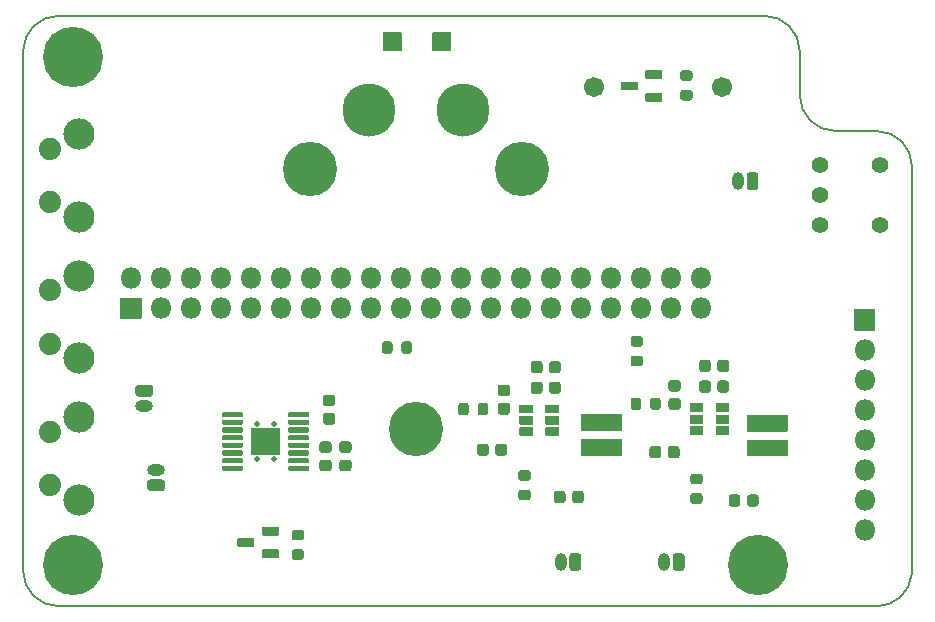
<source format=gbr>
G04 #@! TF.GenerationSoftware,KiCad,Pcbnew,(5.1.9-0-10_14)*
G04 #@! TF.CreationDate,2021-05-06T16:16:17-07:00*
G04 #@! TF.ProjectId,Luminometer_RPi,4c756d69-6e6f-46d6-9574-65725f525069,rev?*
G04 #@! TF.SameCoordinates,Original*
G04 #@! TF.FileFunction,Soldermask,Top*
G04 #@! TF.FilePolarity,Negative*
%FSLAX46Y46*%
G04 Gerber Fmt 4.6, Leading zero omitted, Abs format (unit mm)*
G04 Created by KiCad (PCBNEW (5.1.9-0-10_14)) date 2021-05-06 16:16:17*
%MOMM*%
%LPD*%
G01*
G04 APERTURE LIST*
G04 #@! TA.AperFunction,Profile*
%ADD10C,0.150000*%
G04 #@! TD*
%ADD11C,5.101600*%
%ADD12C,4.601600*%
%ADD13C,3.201600*%
%ADD14C,1.701600*%
%ADD15C,0.481600*%
%ADD16C,1.879600*%
%ADD17C,2.641600*%
%ADD18O,1.501600X1.001600*%
%ADD19C,4.501600*%
%ADD20C,2.701600*%
%ADD21O,1.001600X1.501600*%
%ADD22O,1.801600X1.801600*%
%ADD23C,1.422400*%
G04 APERTURE END LIST*
D10*
X178000000Y-71250000D02*
G75*
G02*
X181000000Y-74250000I0J-3000000D01*
G01*
X181000000Y-74250000D02*
X180989637Y-108750000D01*
X174500000Y-71250000D02*
X178000000Y-71250000D01*
X174500000Y-71250000D02*
G75*
G02*
X171500000Y-68250000I0J3000000D01*
G01*
X171500000Y-64500000D02*
X171500000Y-68250000D01*
X168500000Y-61500000D02*
G75*
G02*
X171500000Y-64500000I0J-3000000D01*
G01*
X108750000Y-111500000D02*
G75*
G02*
X105750000Y-108500000I0J3000000D01*
G01*
X180989637Y-108749136D02*
G75*
G02*
X178000000Y-111500000I-2989637J249136D01*
G01*
X105750000Y-64500000D02*
G75*
G02*
X108750000Y-61500000I3000000J0D01*
G01*
X105750000Y-108500000D02*
X105750000Y-64500000D01*
X178000000Y-111500000D02*
X108750000Y-111500000D01*
X108750000Y-61500000D02*
X168500000Y-61500000D01*
D11*
X168000000Y-108000000D03*
X110000000Y-108000000D03*
X110000000Y-65000000D03*
D12*
X139000000Y-96500000D03*
D13*
X139000000Y-96500000D03*
D14*
X164885000Y-67500000D03*
X154115000Y-67500000D03*
G36*
G01*
X131374600Y-95124200D02*
X131925400Y-95124200D01*
G75*
G02*
X132175800Y-95374600I0J-250400D01*
G01*
X132175800Y-95875400D01*
G75*
G02*
X131925400Y-96125800I-250400J0D01*
G01*
X131374600Y-96125800D01*
G75*
G02*
X131124200Y-95875400I0J250400D01*
G01*
X131124200Y-95374600D01*
G75*
G02*
X131374600Y-95124200I250400J0D01*
G01*
G37*
G36*
G01*
X131374600Y-93574200D02*
X131925400Y-93574200D01*
G75*
G02*
X132175800Y-93824600I0J-250400D01*
G01*
X132175800Y-94325400D01*
G75*
G02*
X131925400Y-94575800I-250400J0D01*
G01*
X131374600Y-94575800D01*
G75*
G02*
X131124200Y-94325400I0J250400D01*
G01*
X131124200Y-93824600D01*
G75*
G02*
X131374600Y-93574200I250400J0D01*
G01*
G37*
G36*
G01*
X133300400Y-98525800D02*
X132749600Y-98525800D01*
G75*
G02*
X132499200Y-98275400I0J250400D01*
G01*
X132499200Y-97774600D01*
G75*
G02*
X132749600Y-97524200I250400J0D01*
G01*
X133300400Y-97524200D01*
G75*
G02*
X133550800Y-97774600I0J-250400D01*
G01*
X133550800Y-98275400D01*
G75*
G02*
X133300400Y-98525800I-250400J0D01*
G01*
G37*
G36*
G01*
X133300400Y-100075800D02*
X132749600Y-100075800D01*
G75*
G02*
X132499200Y-99825400I0J250400D01*
G01*
X132499200Y-99324600D01*
G75*
G02*
X132749600Y-99074200I250400J0D01*
G01*
X133300400Y-99074200D01*
G75*
G02*
X133550800Y-99324600I0J-250400D01*
G01*
X133550800Y-99825400D01*
G75*
G02*
X133300400Y-100075800I-250400J0D01*
G01*
G37*
D15*
X125525000Y-99050000D03*
X125525000Y-97550000D03*
X125525000Y-96050000D03*
X127025000Y-99050000D03*
X127025000Y-97550000D03*
X127025000Y-96050000D03*
G36*
G01*
X128275000Y-95705000D02*
X129875000Y-95705000D01*
G75*
G02*
X129945000Y-95775000I0J-70000D01*
G01*
X129945000Y-96075000D01*
G75*
G02*
X129875000Y-96145000I-70000J0D01*
G01*
X128275000Y-96145000D01*
G75*
G02*
X128205000Y-96075000I0J70000D01*
G01*
X128205000Y-95775000D01*
G75*
G02*
X128275000Y-95705000I70000J0D01*
G01*
G37*
G36*
G01*
X128275000Y-96355000D02*
X129875000Y-96355000D01*
G75*
G02*
X129945000Y-96425000I0J-70000D01*
G01*
X129945000Y-96725000D01*
G75*
G02*
X129875000Y-96795000I-70000J0D01*
G01*
X128275000Y-96795000D01*
G75*
G02*
X128205000Y-96725000I0J70000D01*
G01*
X128205000Y-96425000D01*
G75*
G02*
X128275000Y-96355000I70000J0D01*
G01*
G37*
G36*
G01*
X128275000Y-97005000D02*
X129875000Y-97005000D01*
G75*
G02*
X129945000Y-97075000I0J-70000D01*
G01*
X129945000Y-97375000D01*
G75*
G02*
X129875000Y-97445000I-70000J0D01*
G01*
X128275000Y-97445000D01*
G75*
G02*
X128205000Y-97375000I0J70000D01*
G01*
X128205000Y-97075000D01*
G75*
G02*
X128275000Y-97005000I70000J0D01*
G01*
G37*
G36*
G01*
X128275000Y-97655000D02*
X129875000Y-97655000D01*
G75*
G02*
X129945000Y-97725000I0J-70000D01*
G01*
X129945000Y-98025000D01*
G75*
G02*
X129875000Y-98095000I-70000J0D01*
G01*
X128275000Y-98095000D01*
G75*
G02*
X128205000Y-98025000I0J70000D01*
G01*
X128205000Y-97725000D01*
G75*
G02*
X128275000Y-97655000I70000J0D01*
G01*
G37*
G36*
G01*
X128275000Y-98305000D02*
X129875000Y-98305000D01*
G75*
G02*
X129945000Y-98375000I0J-70000D01*
G01*
X129945000Y-98675000D01*
G75*
G02*
X129875000Y-98745000I-70000J0D01*
G01*
X128275000Y-98745000D01*
G75*
G02*
X128205000Y-98675000I0J70000D01*
G01*
X128205000Y-98375000D01*
G75*
G02*
X128275000Y-98305000I70000J0D01*
G01*
G37*
G36*
G01*
X128275000Y-98955000D02*
X129875000Y-98955000D01*
G75*
G02*
X129945000Y-99025000I0J-70000D01*
G01*
X129945000Y-99325000D01*
G75*
G02*
X129875000Y-99395000I-70000J0D01*
G01*
X128275000Y-99395000D01*
G75*
G02*
X128205000Y-99325000I0J70000D01*
G01*
X128205000Y-99025000D01*
G75*
G02*
X128275000Y-98955000I70000J0D01*
G01*
G37*
G36*
G01*
X128275000Y-99605000D02*
X129875000Y-99605000D01*
G75*
G02*
X129945000Y-99675000I0J-70000D01*
G01*
X129945000Y-99975000D01*
G75*
G02*
X129875000Y-100045000I-70000J0D01*
G01*
X128275000Y-100045000D01*
G75*
G02*
X128205000Y-99975000I0J70000D01*
G01*
X128205000Y-99675000D01*
G75*
G02*
X128275000Y-99605000I70000J0D01*
G01*
G37*
G36*
G01*
X122675000Y-99605000D02*
X124275000Y-99605000D01*
G75*
G02*
X124345000Y-99675000I0J-70000D01*
G01*
X124345000Y-99975000D01*
G75*
G02*
X124275000Y-100045000I-70000J0D01*
G01*
X122675000Y-100045000D01*
G75*
G02*
X122605000Y-99975000I0J70000D01*
G01*
X122605000Y-99675000D01*
G75*
G02*
X122675000Y-99605000I70000J0D01*
G01*
G37*
G36*
G01*
X122675000Y-98955000D02*
X124275000Y-98955000D01*
G75*
G02*
X124345000Y-99025000I0J-70000D01*
G01*
X124345000Y-99325000D01*
G75*
G02*
X124275000Y-99395000I-70000J0D01*
G01*
X122675000Y-99395000D01*
G75*
G02*
X122605000Y-99325000I0J70000D01*
G01*
X122605000Y-99025000D01*
G75*
G02*
X122675000Y-98955000I70000J0D01*
G01*
G37*
G36*
G01*
X122675000Y-98305000D02*
X124275000Y-98305000D01*
G75*
G02*
X124345000Y-98375000I0J-70000D01*
G01*
X124345000Y-98675000D01*
G75*
G02*
X124275000Y-98745000I-70000J0D01*
G01*
X122675000Y-98745000D01*
G75*
G02*
X122605000Y-98675000I0J70000D01*
G01*
X122605000Y-98375000D01*
G75*
G02*
X122675000Y-98305000I70000J0D01*
G01*
G37*
G36*
G01*
X122675000Y-97655000D02*
X124275000Y-97655000D01*
G75*
G02*
X124345000Y-97725000I0J-70000D01*
G01*
X124345000Y-98025000D01*
G75*
G02*
X124275000Y-98095000I-70000J0D01*
G01*
X122675000Y-98095000D01*
G75*
G02*
X122605000Y-98025000I0J70000D01*
G01*
X122605000Y-97725000D01*
G75*
G02*
X122675000Y-97655000I70000J0D01*
G01*
G37*
G36*
G01*
X122675000Y-97005000D02*
X124275000Y-97005000D01*
G75*
G02*
X124345000Y-97075000I0J-70000D01*
G01*
X124345000Y-97375000D01*
G75*
G02*
X124275000Y-97445000I-70000J0D01*
G01*
X122675000Y-97445000D01*
G75*
G02*
X122605000Y-97375000I0J70000D01*
G01*
X122605000Y-97075000D01*
G75*
G02*
X122675000Y-97005000I70000J0D01*
G01*
G37*
G36*
G01*
X122675000Y-96355000D02*
X124275000Y-96355000D01*
G75*
G02*
X124345000Y-96425000I0J-70000D01*
G01*
X124345000Y-96725000D01*
G75*
G02*
X124275000Y-96795000I-70000J0D01*
G01*
X122675000Y-96795000D01*
G75*
G02*
X122605000Y-96725000I0J70000D01*
G01*
X122605000Y-96425000D01*
G75*
G02*
X122675000Y-96355000I70000J0D01*
G01*
G37*
G36*
G01*
X122675000Y-95705000D02*
X124275000Y-95705000D01*
G75*
G02*
X124345000Y-95775000I0J-70000D01*
G01*
X124345000Y-96075000D01*
G75*
G02*
X124275000Y-96145000I-70000J0D01*
G01*
X122675000Y-96145000D01*
G75*
G02*
X122605000Y-96075000I0J70000D01*
G01*
X122605000Y-95775000D01*
G75*
G02*
X122675000Y-95705000I70000J0D01*
G01*
G37*
G36*
G01*
X128275000Y-95055000D02*
X129875000Y-95055000D01*
G75*
G02*
X129945000Y-95125000I0J-70000D01*
G01*
X129945000Y-95425000D01*
G75*
G02*
X129875000Y-95495000I-70000J0D01*
G01*
X128275000Y-95495000D01*
G75*
G02*
X128205000Y-95425000I0J70000D01*
G01*
X128205000Y-95125000D01*
G75*
G02*
X128275000Y-95055000I70000J0D01*
G01*
G37*
G36*
G01*
X125045000Y-96394900D02*
X127505000Y-96394900D01*
G75*
G02*
X127505100Y-96395000I0J-100D01*
G01*
X127505100Y-98705000D01*
G75*
G02*
X127505000Y-98705100I-100J0D01*
G01*
X125045000Y-98705100D01*
G75*
G02*
X125044900Y-98705000I0J100D01*
G01*
X125044900Y-96395000D01*
G75*
G02*
X125045000Y-96394900I100J0D01*
G01*
G37*
G36*
G01*
X122675000Y-95055000D02*
X124275000Y-95055000D01*
G75*
G02*
X124345000Y-95125000I0J-70000D01*
G01*
X124345000Y-95425000D01*
G75*
G02*
X124275000Y-95495000I-70000J0D01*
G01*
X122675000Y-95495000D01*
G75*
G02*
X122605000Y-95425000I0J70000D01*
G01*
X122605000Y-95125000D01*
G75*
G02*
X122675000Y-95055000I70000J0D01*
G01*
G37*
D16*
X108000000Y-77250000D03*
X108000000Y-72750000D03*
D17*
X110500000Y-78500000D03*
X110500000Y-71500000D03*
D16*
X108000000Y-89250000D03*
X108000000Y-84750000D03*
D17*
X110500000Y-90500000D03*
X110500000Y-83500000D03*
D16*
X108000000Y-101250000D03*
X108000000Y-96750000D03*
D17*
X110500000Y-102500000D03*
X110500000Y-95500000D03*
D18*
X116000000Y-94500000D03*
G36*
G01*
X115499600Y-92749200D02*
X116500400Y-92749200D01*
G75*
G02*
X116750800Y-92999600I0J-250400D01*
G01*
X116750800Y-93500400D01*
G75*
G02*
X116500400Y-93750800I-250400J0D01*
G01*
X115499600Y-93750800D01*
G75*
G02*
X115249200Y-93500400I0J250400D01*
G01*
X115249200Y-92999600D01*
G75*
G02*
X115499600Y-92749200I250400J0D01*
G01*
G37*
X117000000Y-100000000D03*
G36*
G01*
X117500400Y-101750800D02*
X116499600Y-101750800D01*
G75*
G02*
X116249200Y-101500400I0J250400D01*
G01*
X116249200Y-100999600D01*
G75*
G02*
X116499600Y-100749200I250400J0D01*
G01*
X117500400Y-100749200D01*
G75*
G02*
X117750800Y-100999600I0J-250400D01*
G01*
X117750800Y-101500400D01*
G75*
G02*
X117500400Y-101750800I-250400J0D01*
G01*
G37*
D19*
X135000000Y-69500000D03*
D20*
X135000000Y-69500000D03*
D19*
X143000000Y-69500000D03*
D20*
X143000000Y-69500000D03*
G36*
G01*
X140450000Y-62899200D02*
X141950000Y-62899200D01*
G75*
G02*
X142000800Y-62950000I0J-50800D01*
G01*
X142000800Y-64450000D01*
G75*
G02*
X141950000Y-64500800I-50800J0D01*
G01*
X140450000Y-64500800D01*
G75*
G02*
X140399200Y-64450000I0J50800D01*
G01*
X140399200Y-62950000D01*
G75*
G02*
X140450000Y-62899200I50800J0D01*
G01*
G37*
G36*
G01*
X137750000Y-64500800D02*
X136250000Y-64500800D01*
G75*
G02*
X136199200Y-64450000I0J50800D01*
G01*
X136199200Y-62950000D01*
G75*
G02*
X136250000Y-62899200I50800J0D01*
G01*
X137750000Y-62899200D01*
G75*
G02*
X137800800Y-62950000I0J-50800D01*
G01*
X137800800Y-64450000D01*
G75*
G02*
X137750000Y-64500800I-50800J0D01*
G01*
G37*
G36*
G01*
X145724200Y-98525400D02*
X145724200Y-97974600D01*
G75*
G02*
X145974600Y-97724200I250400J0D01*
G01*
X146475400Y-97724200D01*
G75*
G02*
X146725800Y-97974600I0J-250400D01*
G01*
X146725800Y-98525400D01*
G75*
G02*
X146475400Y-98775800I-250400J0D01*
G01*
X145974600Y-98775800D01*
G75*
G02*
X145724200Y-98525400I0J250400D01*
G01*
G37*
G36*
G01*
X144174200Y-98525400D02*
X144174200Y-97974600D01*
G75*
G02*
X144424600Y-97724200I250400J0D01*
G01*
X144925400Y-97724200D01*
G75*
G02*
X145175800Y-97974600I0J-250400D01*
G01*
X145175800Y-98525400D01*
G75*
G02*
X144925400Y-98775800I-250400J0D01*
G01*
X144424600Y-98775800D01*
G75*
G02*
X144174200Y-98525400I0J250400D01*
G01*
G37*
G36*
G01*
X150274200Y-93275400D02*
X150274200Y-92724600D01*
G75*
G02*
X150524600Y-92474200I250400J0D01*
G01*
X151025400Y-92474200D01*
G75*
G02*
X151275800Y-92724600I0J-250400D01*
G01*
X151275800Y-93275400D01*
G75*
G02*
X151025400Y-93525800I-250400J0D01*
G01*
X150524600Y-93525800D01*
G75*
G02*
X150274200Y-93275400I0J250400D01*
G01*
G37*
G36*
G01*
X148724200Y-93275400D02*
X148724200Y-92724600D01*
G75*
G02*
X148974600Y-92474200I250400J0D01*
G01*
X149475400Y-92474200D01*
G75*
G02*
X149725800Y-92724600I0J-250400D01*
G01*
X149725800Y-93275400D01*
G75*
G02*
X149475400Y-93525800I-250400J0D01*
G01*
X148974600Y-93525800D01*
G75*
G02*
X148724200Y-93275400I0J250400D01*
G01*
G37*
D21*
X151250000Y-107750000D03*
G36*
G01*
X153000800Y-107249600D02*
X153000800Y-108250400D01*
G75*
G02*
X152750400Y-108500800I-250400J0D01*
G01*
X152249600Y-108500800D01*
G75*
G02*
X151999200Y-108250400I0J250400D01*
G01*
X151999200Y-107249600D01*
G75*
G02*
X152249600Y-106999200I250400J0D01*
G01*
X152750400Y-106999200D01*
G75*
G02*
X153000800Y-107249600I0J-250400D01*
G01*
G37*
G36*
G01*
X162200400Y-67025800D02*
X161599600Y-67025800D01*
G75*
G02*
X161374200Y-66800400I0J225400D01*
G01*
X161374200Y-66349600D01*
G75*
G02*
X161599600Y-66124200I225400J0D01*
G01*
X162200400Y-66124200D01*
G75*
G02*
X162425800Y-66349600I0J-225400D01*
G01*
X162425800Y-66800400D01*
G75*
G02*
X162200400Y-67025800I-225400J0D01*
G01*
G37*
G36*
G01*
X162200400Y-68675800D02*
X161599600Y-68675800D01*
G75*
G02*
X161374200Y-68450400I0J225400D01*
G01*
X161374200Y-67999600D01*
G75*
G02*
X161599600Y-67774200I225400J0D01*
G01*
X162200400Y-67774200D01*
G75*
G02*
X162425800Y-67999600I0J-225400D01*
G01*
X162425800Y-68450400D01*
G75*
G02*
X162200400Y-68675800I-225400J0D01*
G01*
G37*
D22*
X177000000Y-105030000D03*
X177000000Y-102490000D03*
X177000000Y-99950000D03*
X177000000Y-97410000D03*
X177000000Y-94870000D03*
X177000000Y-92330000D03*
X177000000Y-89790000D03*
G36*
G01*
X176099200Y-88100000D02*
X176099200Y-86400000D01*
G75*
G02*
X176150000Y-86349200I50800J0D01*
G01*
X177850000Y-86349200D01*
G75*
G02*
X177900800Y-86400000I0J-50800D01*
G01*
X177900800Y-88100000D01*
G75*
G02*
X177850000Y-88150800I-50800J0D01*
G01*
X176150000Y-88150800D01*
G75*
G02*
X176099200Y-88100000I0J50800D01*
G01*
G37*
G36*
G01*
X146725400Y-93725800D02*
X146174600Y-93725800D01*
G75*
G02*
X145924200Y-93475400I0J250400D01*
G01*
X145924200Y-92974600D01*
G75*
G02*
X146174600Y-92724200I250400J0D01*
G01*
X146725400Y-92724200D01*
G75*
G02*
X146975800Y-92974600I0J-250400D01*
G01*
X146975800Y-93475400D01*
G75*
G02*
X146725400Y-93725800I-250400J0D01*
G01*
G37*
G36*
G01*
X146725400Y-95275800D02*
X146174600Y-95275800D01*
G75*
G02*
X145924200Y-95025400I0J250400D01*
G01*
X145924200Y-94524600D01*
G75*
G02*
X146174600Y-94274200I250400J0D01*
G01*
X146725400Y-94274200D01*
G75*
G02*
X146975800Y-94524600I0J-250400D01*
G01*
X146975800Y-95025400D01*
G75*
G02*
X146725400Y-95275800I-250400J0D01*
G01*
G37*
G36*
G01*
X151675800Y-101974600D02*
X151675800Y-102525400D01*
G75*
G02*
X151425400Y-102775800I-250400J0D01*
G01*
X150924600Y-102775800D01*
G75*
G02*
X150674200Y-102525400I0J250400D01*
G01*
X150674200Y-101974600D01*
G75*
G02*
X150924600Y-101724200I250400J0D01*
G01*
X151425400Y-101724200D01*
G75*
G02*
X151675800Y-101974600I0J-250400D01*
G01*
G37*
G36*
G01*
X153225800Y-101974600D02*
X153225800Y-102525400D01*
G75*
G02*
X152975400Y-102775800I-250400J0D01*
G01*
X152474600Y-102775800D01*
G75*
G02*
X152224200Y-102525400I0J250400D01*
G01*
X152224200Y-101974600D01*
G75*
G02*
X152474600Y-101724200I250400J0D01*
G01*
X152975400Y-101724200D01*
G75*
G02*
X153225800Y-101974600I0J-250400D01*
G01*
G37*
G36*
G01*
X144224200Y-95100400D02*
X144224200Y-94499600D01*
G75*
G02*
X144449600Y-94274200I225400J0D01*
G01*
X144900400Y-94274200D01*
G75*
G02*
X145125800Y-94499600I0J-225400D01*
G01*
X145125800Y-95100400D01*
G75*
G02*
X144900400Y-95325800I-225400J0D01*
G01*
X144449600Y-95325800D01*
G75*
G02*
X144224200Y-95100400I0J225400D01*
G01*
G37*
G36*
G01*
X142574200Y-95100400D02*
X142574200Y-94499600D01*
G75*
G02*
X142799600Y-94274200I225400J0D01*
G01*
X143250400Y-94274200D01*
G75*
G02*
X143475800Y-94499600I0J-225400D01*
G01*
X143475800Y-95100400D01*
G75*
G02*
X143250400Y-95325800I-225400J0D01*
G01*
X142799600Y-95325800D01*
G75*
G02*
X142574200Y-95100400I0J225400D01*
G01*
G37*
G36*
G01*
X147899600Y-101624200D02*
X148500400Y-101624200D01*
G75*
G02*
X148725800Y-101849600I0J-225400D01*
G01*
X148725800Y-102300400D01*
G75*
G02*
X148500400Y-102525800I-225400J0D01*
G01*
X147899600Y-102525800D01*
G75*
G02*
X147674200Y-102300400I0J225400D01*
G01*
X147674200Y-101849600D01*
G75*
G02*
X147899600Y-101624200I225400J0D01*
G01*
G37*
G36*
G01*
X147899600Y-99974200D02*
X148500400Y-99974200D01*
G75*
G02*
X148725800Y-100199600I0J-225400D01*
G01*
X148725800Y-100650400D01*
G75*
G02*
X148500400Y-100875800I-225400J0D01*
G01*
X147899600Y-100875800D01*
G75*
G02*
X147674200Y-100650400I0J225400D01*
G01*
X147674200Y-100199600D01*
G75*
G02*
X147899600Y-99974200I225400J0D01*
G01*
G37*
G36*
G01*
X148930800Y-95425000D02*
X148930800Y-96075000D01*
G75*
G02*
X148880000Y-96125800I-50800J0D01*
G01*
X147820000Y-96125800D01*
G75*
G02*
X147769200Y-96075000I0J50800D01*
G01*
X147769200Y-95425000D01*
G75*
G02*
X147820000Y-95374200I50800J0D01*
G01*
X148880000Y-95374200D01*
G75*
G02*
X148930800Y-95425000I0J-50800D01*
G01*
G37*
G36*
G01*
X148930800Y-96375000D02*
X148930800Y-97025000D01*
G75*
G02*
X148880000Y-97075800I-50800J0D01*
G01*
X147820000Y-97075800D01*
G75*
G02*
X147769200Y-97025000I0J50800D01*
G01*
X147769200Y-96375000D01*
G75*
G02*
X147820000Y-96324200I50800J0D01*
G01*
X148880000Y-96324200D01*
G75*
G02*
X148930800Y-96375000I0J-50800D01*
G01*
G37*
G36*
G01*
X148930800Y-94475000D02*
X148930800Y-95125000D01*
G75*
G02*
X148880000Y-95175800I-50800J0D01*
G01*
X147820000Y-95175800D01*
G75*
G02*
X147769200Y-95125000I0J50800D01*
G01*
X147769200Y-94475000D01*
G75*
G02*
X147820000Y-94424200I50800J0D01*
G01*
X148880000Y-94424200D01*
G75*
G02*
X148930800Y-94475000I0J-50800D01*
G01*
G37*
G36*
G01*
X151130800Y-94475000D02*
X151130800Y-95125000D01*
G75*
G02*
X151080000Y-95175800I-50800J0D01*
G01*
X150020000Y-95175800D01*
G75*
G02*
X149969200Y-95125000I0J50800D01*
G01*
X149969200Y-94475000D01*
G75*
G02*
X150020000Y-94424200I50800J0D01*
G01*
X151080000Y-94424200D01*
G75*
G02*
X151130800Y-94475000I0J-50800D01*
G01*
G37*
G36*
G01*
X151130800Y-95425000D02*
X151130800Y-96075000D01*
G75*
G02*
X151080000Y-96125800I-50800J0D01*
G01*
X150020000Y-96125800D01*
G75*
G02*
X149969200Y-96075000I0J50800D01*
G01*
X149969200Y-95425000D01*
G75*
G02*
X150020000Y-95374200I50800J0D01*
G01*
X151080000Y-95374200D01*
G75*
G02*
X151130800Y-95425000I0J-50800D01*
G01*
G37*
G36*
G01*
X151130800Y-96375000D02*
X151130800Y-97025000D01*
G75*
G02*
X151080000Y-97075800I-50800J0D01*
G01*
X150020000Y-97075800D01*
G75*
G02*
X149969200Y-97025000I0J50800D01*
G01*
X149969200Y-96375000D01*
G75*
G02*
X150020000Y-96324200I50800J0D01*
G01*
X151080000Y-96324200D01*
G75*
G02*
X151130800Y-96375000I0J-50800D01*
G01*
G37*
D23*
X178330000Y-74170000D03*
X178330000Y-79250000D03*
X173250000Y-74170000D03*
X173250000Y-76710000D03*
X173250000Y-79250000D03*
G36*
G01*
X131625400Y-98525800D02*
X131074600Y-98525800D01*
G75*
G02*
X130824200Y-98275400I0J250400D01*
G01*
X130824200Y-97774600D01*
G75*
G02*
X131074600Y-97524200I250400J0D01*
G01*
X131625400Y-97524200D01*
G75*
G02*
X131875800Y-97774600I0J-250400D01*
G01*
X131875800Y-98275400D01*
G75*
G02*
X131625400Y-98525800I-250400J0D01*
G01*
G37*
G36*
G01*
X131625400Y-100075800D02*
X131074600Y-100075800D01*
G75*
G02*
X130824200Y-99825400I0J250400D01*
G01*
X130824200Y-99324600D01*
G75*
G02*
X131074600Y-99074200I250400J0D01*
G01*
X131625400Y-99074200D01*
G75*
G02*
X131875800Y-99324600I0J-250400D01*
G01*
X131875800Y-99825400D01*
G75*
G02*
X131625400Y-100075800I-250400J0D01*
G01*
G37*
G36*
G01*
X159870000Y-68100000D02*
X159870000Y-68700000D01*
G75*
G02*
X159800000Y-68770000I-70000J0D01*
G01*
X158500000Y-68770000D01*
G75*
G02*
X158430000Y-68700000I0J70000D01*
G01*
X158430000Y-68100000D01*
G75*
G02*
X158500000Y-68030000I70000J0D01*
G01*
X159800000Y-68030000D01*
G75*
G02*
X159870000Y-68100000I0J-70000D01*
G01*
G37*
G36*
G01*
X159870000Y-66200000D02*
X159870000Y-66800000D01*
G75*
G02*
X159800000Y-66870000I-70000J0D01*
G01*
X158500000Y-66870000D01*
G75*
G02*
X158430000Y-66800000I0J70000D01*
G01*
X158430000Y-66200000D01*
G75*
G02*
X158500000Y-66130000I70000J0D01*
G01*
X159800000Y-66130000D01*
G75*
G02*
X159870000Y-66200000I0J-70000D01*
G01*
G37*
G36*
G01*
X157770000Y-67150000D02*
X157770000Y-67750000D01*
G75*
G02*
X157700000Y-67820000I-70000J0D01*
G01*
X156400000Y-67820000D01*
G75*
G02*
X156330000Y-67750000I0J70000D01*
G01*
X156330000Y-67150000D01*
G75*
G02*
X156400000Y-67080000I70000J0D01*
G01*
X157700000Y-67080000D01*
G75*
G02*
X157770000Y-67150000I0J-70000D01*
G01*
G37*
G36*
G01*
X127420000Y-106750000D02*
X127420000Y-107350000D01*
G75*
G02*
X127350000Y-107420000I-70000J0D01*
G01*
X126050000Y-107420000D01*
G75*
G02*
X125980000Y-107350000I0J70000D01*
G01*
X125980000Y-106750000D01*
G75*
G02*
X126050000Y-106680000I70000J0D01*
G01*
X127350000Y-106680000D01*
G75*
G02*
X127420000Y-106750000I0J-70000D01*
G01*
G37*
G36*
G01*
X127420000Y-104850000D02*
X127420000Y-105450000D01*
G75*
G02*
X127350000Y-105520000I-70000J0D01*
G01*
X126050000Y-105520000D01*
G75*
G02*
X125980000Y-105450000I0J70000D01*
G01*
X125980000Y-104850000D01*
G75*
G02*
X126050000Y-104780000I70000J0D01*
G01*
X127350000Y-104780000D01*
G75*
G02*
X127420000Y-104850000I0J-70000D01*
G01*
G37*
G36*
G01*
X125320000Y-105800000D02*
X125320000Y-106400000D01*
G75*
G02*
X125250000Y-106470000I-70000J0D01*
G01*
X123950000Y-106470000D01*
G75*
G02*
X123880000Y-106400000I0J70000D01*
G01*
X123880000Y-105800000D01*
G75*
G02*
X123950000Y-105730000I70000J0D01*
G01*
X125250000Y-105730000D01*
G75*
G02*
X125320000Y-105800000I0J-70000D01*
G01*
G37*
G36*
G01*
X153000000Y-95249200D02*
X156400000Y-95249200D01*
G75*
G02*
X156450800Y-95300000I0J-50800D01*
G01*
X156450800Y-96600000D01*
G75*
G02*
X156400000Y-96650800I-50800J0D01*
G01*
X153000000Y-96650800D01*
G75*
G02*
X152949200Y-96600000I0J50800D01*
G01*
X152949200Y-95300000D01*
G75*
G02*
X153000000Y-95249200I50800J0D01*
G01*
G37*
G36*
G01*
X153000000Y-97349200D02*
X156400000Y-97349200D01*
G75*
G02*
X156450800Y-97400000I0J-50800D01*
G01*
X156450800Y-98700000D01*
G75*
G02*
X156400000Y-98750800I-50800J0D01*
G01*
X153000000Y-98750800D01*
G75*
G02*
X152949200Y-98700000I0J50800D01*
G01*
X152949200Y-97400000D01*
G75*
G02*
X153000000Y-97349200I50800J0D01*
G01*
G37*
G36*
G01*
X160324200Y-98725400D02*
X160324200Y-98174600D01*
G75*
G02*
X160574600Y-97924200I250400J0D01*
G01*
X161075400Y-97924200D01*
G75*
G02*
X161325800Y-98174600I0J-250400D01*
G01*
X161325800Y-98725400D01*
G75*
G02*
X161075400Y-98975800I-250400J0D01*
G01*
X160574600Y-98975800D01*
G75*
G02*
X160324200Y-98725400I0J250400D01*
G01*
G37*
G36*
G01*
X158774200Y-98725400D02*
X158774200Y-98174600D01*
G75*
G02*
X159024600Y-97924200I250400J0D01*
G01*
X159525400Y-97924200D01*
G75*
G02*
X159775800Y-98174600I0J-250400D01*
G01*
X159775800Y-98725400D01*
G75*
G02*
X159525400Y-98975800I-250400J0D01*
G01*
X159024600Y-98975800D01*
G75*
G02*
X158774200Y-98725400I0J250400D01*
G01*
G37*
G36*
G01*
X161175400Y-93325800D02*
X160624600Y-93325800D01*
G75*
G02*
X160374200Y-93075400I0J250400D01*
G01*
X160374200Y-92574600D01*
G75*
G02*
X160624600Y-92324200I250400J0D01*
G01*
X161175400Y-92324200D01*
G75*
G02*
X161425800Y-92574600I0J-250400D01*
G01*
X161425800Y-93075400D01*
G75*
G02*
X161175400Y-93325800I-250400J0D01*
G01*
G37*
G36*
G01*
X161175400Y-94875800D02*
X160624600Y-94875800D01*
G75*
G02*
X160374200Y-94625400I0J250400D01*
G01*
X160374200Y-94124600D01*
G75*
G02*
X160624600Y-93874200I250400J0D01*
G01*
X161175400Y-93874200D01*
G75*
G02*
X161425800Y-94124600I0J-250400D01*
G01*
X161425800Y-94625400D01*
G75*
G02*
X161175400Y-94875800I-250400J0D01*
G01*
G37*
G36*
G01*
X166475800Y-102274600D02*
X166475800Y-102825400D01*
G75*
G02*
X166225400Y-103075800I-250400J0D01*
G01*
X165724600Y-103075800D01*
G75*
G02*
X165474200Y-102825400I0J250400D01*
G01*
X165474200Y-102274600D01*
G75*
G02*
X165724600Y-102024200I250400J0D01*
G01*
X166225400Y-102024200D01*
G75*
G02*
X166475800Y-102274600I0J-250400D01*
G01*
G37*
G36*
G01*
X168025800Y-102274600D02*
X168025800Y-102825400D01*
G75*
G02*
X167775400Y-103075800I-250400J0D01*
G01*
X167274600Y-103075800D01*
G75*
G02*
X167024200Y-102825400I0J250400D01*
G01*
X167024200Y-102274600D01*
G75*
G02*
X167274600Y-102024200I250400J0D01*
G01*
X167775400Y-102024200D01*
G75*
G02*
X168025800Y-102274600I0J-250400D01*
G01*
G37*
D21*
X160000000Y-107750000D03*
G36*
G01*
X161750800Y-107249600D02*
X161750800Y-108250400D01*
G75*
G02*
X161500400Y-108500800I-250400J0D01*
G01*
X160999600Y-108500800D01*
G75*
G02*
X160749200Y-108250400I0J250400D01*
G01*
X160749200Y-107249600D01*
G75*
G02*
X160999600Y-106999200I250400J0D01*
G01*
X161500400Y-106999200D01*
G75*
G02*
X161750800Y-107249600I0J-250400D01*
G01*
G37*
G36*
G01*
X167050000Y-95299200D02*
X170450000Y-95299200D01*
G75*
G02*
X170500800Y-95350000I0J-50800D01*
G01*
X170500800Y-96650000D01*
G75*
G02*
X170450000Y-96700800I-50800J0D01*
G01*
X167050000Y-96700800D01*
G75*
G02*
X166999200Y-96650000I0J50800D01*
G01*
X166999200Y-95350000D01*
G75*
G02*
X167050000Y-95299200I50800J0D01*
G01*
G37*
G36*
G01*
X167050000Y-97399200D02*
X170450000Y-97399200D01*
G75*
G02*
X170500800Y-97450000I0J-50800D01*
G01*
X170500800Y-98750000D01*
G75*
G02*
X170450000Y-98800800I-50800J0D01*
G01*
X167050000Y-98800800D01*
G75*
G02*
X166999200Y-98750000I0J50800D01*
G01*
X166999200Y-97450000D01*
G75*
G02*
X167050000Y-97399200I50800J0D01*
G01*
G37*
G36*
G01*
X158824200Y-94650400D02*
X158824200Y-94049600D01*
G75*
G02*
X159049600Y-93824200I225400J0D01*
G01*
X159500400Y-93824200D01*
G75*
G02*
X159725800Y-94049600I0J-225400D01*
G01*
X159725800Y-94650400D01*
G75*
G02*
X159500400Y-94875800I-225400J0D01*
G01*
X159049600Y-94875800D01*
G75*
G02*
X158824200Y-94650400I0J225400D01*
G01*
G37*
G36*
G01*
X157174200Y-94650400D02*
X157174200Y-94049600D01*
G75*
G02*
X157399600Y-93824200I225400J0D01*
G01*
X157850400Y-93824200D01*
G75*
G02*
X158075800Y-94049600I0J-225400D01*
G01*
X158075800Y-94650400D01*
G75*
G02*
X157850400Y-94875800I-225400J0D01*
G01*
X157399600Y-94875800D01*
G75*
G02*
X157174200Y-94650400I0J225400D01*
G01*
G37*
G36*
G01*
X162449600Y-101924200D02*
X163050400Y-101924200D01*
G75*
G02*
X163275800Y-102149600I0J-225400D01*
G01*
X163275800Y-102600400D01*
G75*
G02*
X163050400Y-102825800I-225400J0D01*
G01*
X162449600Y-102825800D01*
G75*
G02*
X162224200Y-102600400I0J225400D01*
G01*
X162224200Y-102149600D01*
G75*
G02*
X162449600Y-101924200I225400J0D01*
G01*
G37*
G36*
G01*
X162449600Y-100274200D02*
X163050400Y-100274200D01*
G75*
G02*
X163275800Y-100499600I0J-225400D01*
G01*
X163275800Y-100950400D01*
G75*
G02*
X163050400Y-101175800I-225400J0D01*
G01*
X162449600Y-101175800D01*
G75*
G02*
X162224200Y-100950400I0J225400D01*
G01*
X162224200Y-100499600D01*
G75*
G02*
X162449600Y-100274200I225400J0D01*
G01*
G37*
G36*
G01*
X163330800Y-95325000D02*
X163330800Y-95975000D01*
G75*
G02*
X163280000Y-96025800I-50800J0D01*
G01*
X162220000Y-96025800D01*
G75*
G02*
X162169200Y-95975000I0J50800D01*
G01*
X162169200Y-95325000D01*
G75*
G02*
X162220000Y-95274200I50800J0D01*
G01*
X163280000Y-95274200D01*
G75*
G02*
X163330800Y-95325000I0J-50800D01*
G01*
G37*
G36*
G01*
X163330800Y-96275000D02*
X163330800Y-96925000D01*
G75*
G02*
X163280000Y-96975800I-50800J0D01*
G01*
X162220000Y-96975800D01*
G75*
G02*
X162169200Y-96925000I0J50800D01*
G01*
X162169200Y-96275000D01*
G75*
G02*
X162220000Y-96224200I50800J0D01*
G01*
X163280000Y-96224200D01*
G75*
G02*
X163330800Y-96275000I0J-50800D01*
G01*
G37*
G36*
G01*
X163330800Y-94375000D02*
X163330800Y-95025000D01*
G75*
G02*
X163280000Y-95075800I-50800J0D01*
G01*
X162220000Y-95075800D01*
G75*
G02*
X162169200Y-95025000I0J50800D01*
G01*
X162169200Y-94375000D01*
G75*
G02*
X162220000Y-94324200I50800J0D01*
G01*
X163280000Y-94324200D01*
G75*
G02*
X163330800Y-94375000I0J-50800D01*
G01*
G37*
G36*
G01*
X165530800Y-94375000D02*
X165530800Y-95025000D01*
G75*
G02*
X165480000Y-95075800I-50800J0D01*
G01*
X164420000Y-95075800D01*
G75*
G02*
X164369200Y-95025000I0J50800D01*
G01*
X164369200Y-94375000D01*
G75*
G02*
X164420000Y-94324200I50800J0D01*
G01*
X165480000Y-94324200D01*
G75*
G02*
X165530800Y-94375000I0J-50800D01*
G01*
G37*
G36*
G01*
X165530800Y-95325000D02*
X165530800Y-95975000D01*
G75*
G02*
X165480000Y-96025800I-50800J0D01*
G01*
X164420000Y-96025800D01*
G75*
G02*
X164369200Y-95975000I0J50800D01*
G01*
X164369200Y-95325000D01*
G75*
G02*
X164420000Y-95274200I50800J0D01*
G01*
X165480000Y-95274200D01*
G75*
G02*
X165530800Y-95325000I0J-50800D01*
G01*
G37*
G36*
G01*
X165530800Y-96275000D02*
X165530800Y-96925000D01*
G75*
G02*
X165480000Y-96975800I-50800J0D01*
G01*
X164420000Y-96975800D01*
G75*
G02*
X164369200Y-96925000I0J50800D01*
G01*
X164369200Y-96275000D01*
G75*
G02*
X164420000Y-96224200I50800J0D01*
G01*
X165480000Y-96224200D01*
G75*
G02*
X165530800Y-96275000I0J-50800D01*
G01*
G37*
X166250000Y-75500000D03*
G36*
G01*
X168000800Y-74999600D02*
X168000800Y-76000400D01*
G75*
G02*
X167750400Y-76250800I-250400J0D01*
G01*
X167249600Y-76250800D01*
G75*
G02*
X166999200Y-76000400I0J250400D01*
G01*
X166999200Y-74999600D01*
G75*
G02*
X167249600Y-74749200I250400J0D01*
G01*
X167750400Y-74749200D01*
G75*
G02*
X168000800Y-74999600I0J-250400D01*
G01*
G37*
G36*
G01*
X150274200Y-91525400D02*
X150274200Y-90974600D01*
G75*
G02*
X150524600Y-90724200I250400J0D01*
G01*
X151025400Y-90724200D01*
G75*
G02*
X151275800Y-90974600I0J-250400D01*
G01*
X151275800Y-91525400D01*
G75*
G02*
X151025400Y-91775800I-250400J0D01*
G01*
X150524600Y-91775800D01*
G75*
G02*
X150274200Y-91525400I0J250400D01*
G01*
G37*
G36*
G01*
X148724200Y-91525400D02*
X148724200Y-90974600D01*
G75*
G02*
X148974600Y-90724200I250400J0D01*
G01*
X149475400Y-90724200D01*
G75*
G02*
X149725800Y-90974600I0J-250400D01*
G01*
X149725800Y-91525400D01*
G75*
G02*
X149475400Y-91775800I-250400J0D01*
G01*
X148974600Y-91775800D01*
G75*
G02*
X148724200Y-91525400I0J250400D01*
G01*
G37*
G36*
G01*
X164524200Y-91425400D02*
X164524200Y-90874600D01*
G75*
G02*
X164774600Y-90624200I250400J0D01*
G01*
X165275400Y-90624200D01*
G75*
G02*
X165525800Y-90874600I0J-250400D01*
G01*
X165525800Y-91425400D01*
G75*
G02*
X165275400Y-91675800I-250400J0D01*
G01*
X164774600Y-91675800D01*
G75*
G02*
X164524200Y-91425400I0J250400D01*
G01*
G37*
G36*
G01*
X162974200Y-91425400D02*
X162974200Y-90874600D01*
G75*
G02*
X163224600Y-90624200I250400J0D01*
G01*
X163725400Y-90624200D01*
G75*
G02*
X163975800Y-90874600I0J-250400D01*
G01*
X163975800Y-91425400D01*
G75*
G02*
X163725400Y-91675800I-250400J0D01*
G01*
X163224600Y-91675800D01*
G75*
G02*
X162974200Y-91425400I0J250400D01*
G01*
G37*
G36*
G01*
X164524200Y-93175400D02*
X164524200Y-92624600D01*
G75*
G02*
X164774600Y-92374200I250400J0D01*
G01*
X165275400Y-92374200D01*
G75*
G02*
X165525800Y-92624600I0J-250400D01*
G01*
X165525800Y-93175400D01*
G75*
G02*
X165275400Y-93425800I-250400J0D01*
G01*
X164774600Y-93425800D01*
G75*
G02*
X164524200Y-93175400I0J250400D01*
G01*
G37*
G36*
G01*
X162974200Y-93175400D02*
X162974200Y-92624600D01*
G75*
G02*
X163224600Y-92374200I250400J0D01*
G01*
X163725400Y-92374200D01*
G75*
G02*
X163975800Y-92624600I0J-250400D01*
G01*
X163975800Y-93175400D01*
G75*
G02*
X163725400Y-93425800I-250400J0D01*
G01*
X163224600Y-93425800D01*
G75*
G02*
X162974200Y-93175400I0J250400D01*
G01*
G37*
G36*
G01*
X128699600Y-106674200D02*
X129300400Y-106674200D01*
G75*
G02*
X129525800Y-106899600I0J-225400D01*
G01*
X129525800Y-107350400D01*
G75*
G02*
X129300400Y-107575800I-225400J0D01*
G01*
X128699600Y-107575800D01*
G75*
G02*
X128474200Y-107350400I0J225400D01*
G01*
X128474200Y-106899600D01*
G75*
G02*
X128699600Y-106674200I225400J0D01*
G01*
G37*
G36*
G01*
X128699600Y-105024200D02*
X129300400Y-105024200D01*
G75*
G02*
X129525800Y-105249600I0J-225400D01*
G01*
X129525800Y-105700400D01*
G75*
G02*
X129300400Y-105925800I-225400J0D01*
G01*
X128699600Y-105925800D01*
G75*
G02*
X128474200Y-105700400I0J225400D01*
G01*
X128474200Y-105249600D01*
G75*
G02*
X128699600Y-105024200I225400J0D01*
G01*
G37*
G36*
G01*
X158000400Y-89525800D02*
X157399600Y-89525800D01*
G75*
G02*
X157174200Y-89300400I0J225400D01*
G01*
X157174200Y-88849600D01*
G75*
G02*
X157399600Y-88624200I225400J0D01*
G01*
X158000400Y-88624200D01*
G75*
G02*
X158225800Y-88849600I0J-225400D01*
G01*
X158225800Y-89300400D01*
G75*
G02*
X158000400Y-89525800I-225400J0D01*
G01*
G37*
G36*
G01*
X158000400Y-91175800D02*
X157399600Y-91175800D01*
G75*
G02*
X157174200Y-90950400I0J225400D01*
G01*
X157174200Y-90499600D01*
G75*
G02*
X157399600Y-90274200I225400J0D01*
G01*
X158000400Y-90274200D01*
G75*
G02*
X158225800Y-90499600I0J-225400D01*
G01*
X158225800Y-90950400D01*
G75*
G02*
X158000400Y-91175800I-225400J0D01*
G01*
G37*
G36*
G01*
X137774200Y-89900400D02*
X137774200Y-89299600D01*
G75*
G02*
X137999600Y-89074200I225400J0D01*
G01*
X138450400Y-89074200D01*
G75*
G02*
X138675800Y-89299600I0J-225400D01*
G01*
X138675800Y-89900400D01*
G75*
G02*
X138450400Y-90125800I-225400J0D01*
G01*
X137999600Y-90125800D01*
G75*
G02*
X137774200Y-89900400I0J225400D01*
G01*
G37*
G36*
G01*
X136124200Y-89900400D02*
X136124200Y-89299600D01*
G75*
G02*
X136349600Y-89074200I225400J0D01*
G01*
X136800400Y-89074200D01*
G75*
G02*
X137025800Y-89299600I0J-225400D01*
G01*
X137025800Y-89900400D01*
G75*
G02*
X136800400Y-90125800I-225400J0D01*
G01*
X136349600Y-90125800D01*
G75*
G02*
X136124200Y-89900400I0J225400D01*
G01*
G37*
D22*
X163133000Y-83724400D03*
X163133000Y-86264400D03*
X145353000Y-83724400D03*
X145353000Y-86264400D03*
X140273000Y-83724400D03*
X140273000Y-86264400D03*
X150433000Y-83724400D03*
X150433000Y-86264400D03*
X122493000Y-83724400D03*
X122493000Y-86264400D03*
X152973000Y-83724400D03*
X152973000Y-86264400D03*
X135193000Y-83724400D03*
X135193000Y-86264400D03*
X158053000Y-83724400D03*
X158053000Y-86264400D03*
X155513000Y-83724400D03*
X155513000Y-86264400D03*
X160593000Y-83724400D03*
X160593000Y-86264400D03*
X137733000Y-83724400D03*
X137733000Y-86264400D03*
X125033000Y-83724400D03*
X125033000Y-86264400D03*
X130113000Y-83724400D03*
X130113000Y-86264400D03*
X147893000Y-83724400D03*
X147893000Y-86264400D03*
X127573000Y-83724400D03*
X127573000Y-86264400D03*
X142813000Y-83724400D03*
X142813000Y-86264400D03*
G36*
G01*
X115723000Y-87165200D02*
X114023000Y-87165200D01*
G75*
G02*
X113972200Y-87114400I0J50800D01*
G01*
X113972200Y-85414400D01*
G75*
G02*
X114023000Y-85363600I50800J0D01*
G01*
X115723000Y-85363600D01*
G75*
G02*
X115773800Y-85414400I0J-50800D01*
G01*
X115773800Y-87114400D01*
G75*
G02*
X115723000Y-87165200I-50800J0D01*
G01*
G37*
X114873000Y-83724400D03*
X119953000Y-86264400D03*
X117413000Y-83724400D03*
X132653000Y-83724400D03*
X132653000Y-86264400D03*
X117413000Y-86264400D03*
X119953000Y-83724400D03*
D12*
X130000000Y-74500000D03*
D13*
X130000000Y-74500000D03*
D12*
X148000000Y-74500000D03*
D13*
X148000000Y-74500000D03*
M02*

</source>
